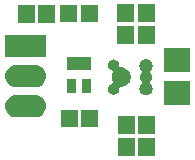
<source format=gts>
G04 #@! TF.GenerationSoftware,KiCad,Pcbnew,(5.0.2)-1*
G04 #@! TF.CreationDate,2019-02-23T10:33:44+09:00*
G04 #@! TF.ProjectId,SPU0410LR5H,53505530-3431-4304-9c52-35482e6b6963,v1.1*
G04 #@! TF.SameCoordinates,Original*
G04 #@! TF.FileFunction,Soldermask,Top*
G04 #@! TF.FilePolarity,Negative*
%FSLAX46Y46*%
G04 Gerber Fmt 4.6, Leading zero omitted, Abs format (unit mm)*
G04 Created by KiCad (PCBNEW (5.0.2)-1) date 2019/02/23 10:33:44*
%MOMM*%
%LPD*%
G01*
G04 APERTURE LIST*
%ADD10C,0.100000*%
G04 APERTURE END LIST*
D10*
G36*
X152894270Y-118149750D02*
X151445250Y-118149750D01*
X151445250Y-116670250D01*
X152894270Y-116670250D01*
X152894270Y-118149750D01*
X152894270Y-118149750D01*
G37*
G36*
X151146750Y-118149750D02*
X149697730Y-118149750D01*
X149697730Y-116670250D01*
X151146750Y-116670250D01*
X151146750Y-118149750D01*
X151146750Y-118149750D01*
G37*
G36*
X151144750Y-116279750D02*
X149695730Y-116279750D01*
X149695730Y-114800250D01*
X151144750Y-114800250D01*
X151144750Y-116279750D01*
X151144750Y-116279750D01*
G37*
G36*
X152892270Y-116279750D02*
X151443250Y-116279750D01*
X151443250Y-114800250D01*
X152892270Y-114800250D01*
X152892270Y-116279750D01*
X152892270Y-116279750D01*
G37*
G36*
X148072270Y-115729750D02*
X146623250Y-115729750D01*
X146623250Y-114250250D01*
X148072270Y-114250250D01*
X148072270Y-115729750D01*
X148072270Y-115729750D01*
G37*
G36*
X146324750Y-115729750D02*
X144875730Y-115729750D01*
X144875730Y-114250250D01*
X146324750Y-114250250D01*
X146324750Y-115729750D01*
X146324750Y-115729750D01*
G37*
G36*
X142870586Y-113011919D02*
X143051920Y-113066927D01*
X143219047Y-113156258D01*
X143365528Y-113276472D01*
X143485742Y-113422953D01*
X143575073Y-113590080D01*
X143630081Y-113771414D01*
X143648654Y-113960000D01*
X143630081Y-114148586D01*
X143575073Y-114329920D01*
X143485742Y-114497047D01*
X143365528Y-114643528D01*
X143219047Y-114763742D01*
X143051920Y-114853073D01*
X142870586Y-114908081D01*
X142729257Y-114922000D01*
X141110743Y-114922000D01*
X140969414Y-114908081D01*
X140788080Y-114853073D01*
X140620953Y-114763742D01*
X140474472Y-114643528D01*
X140354258Y-114497047D01*
X140264927Y-114329920D01*
X140209919Y-114148586D01*
X140191346Y-113960000D01*
X140209919Y-113771414D01*
X140264927Y-113590080D01*
X140354258Y-113422953D01*
X140474472Y-113276472D01*
X140620953Y-113156258D01*
X140788080Y-113066927D01*
X140969414Y-113011919D01*
X141110743Y-112998000D01*
X142729257Y-112998000D01*
X142870586Y-113011919D01*
X142870586Y-113011919D01*
G37*
G36*
X155860000Y-113860000D02*
X153660000Y-113860000D01*
X153660000Y-111860000D01*
X155860000Y-111860000D01*
X155860000Y-113860000D01*
X155860000Y-113860000D01*
G37*
G36*
X152266784Y-109994078D02*
X152368970Y-110036404D01*
X152460937Y-110097855D01*
X152539145Y-110176063D01*
X152600596Y-110268030D01*
X152642922Y-110370216D01*
X152664500Y-110478696D01*
X152664500Y-110589304D01*
X152642922Y-110697784D01*
X152600596Y-110799970D01*
X152539146Y-110891935D01*
X152463225Y-110967857D01*
X152447680Y-110986799D01*
X152436129Y-111008410D01*
X152429016Y-111031859D01*
X152426614Y-111056246D01*
X152429016Y-111080632D01*
X152436129Y-111104081D01*
X152447681Y-111125692D01*
X152463226Y-111144633D01*
X152496034Y-111177441D01*
X152551412Y-111260320D01*
X152589555Y-111352406D01*
X152609000Y-111450162D01*
X152609000Y-111549838D01*
X152589555Y-111647594D01*
X152551412Y-111739680D01*
X152496034Y-111822559D01*
X152463225Y-111855369D01*
X152447679Y-111874311D01*
X152436128Y-111895922D01*
X152429016Y-111919371D01*
X152426614Y-111943758D01*
X152429016Y-111968144D01*
X152436130Y-111991593D01*
X152447681Y-112013204D01*
X152463226Y-112032144D01*
X152539145Y-112108063D01*
X152600596Y-112200030D01*
X152642922Y-112302216D01*
X152664500Y-112410696D01*
X152664500Y-112521304D01*
X152642922Y-112629784D01*
X152600596Y-112731970D01*
X152539145Y-112823937D01*
X152460937Y-112902145D01*
X152368970Y-112963596D01*
X152266784Y-113005922D01*
X152158304Y-113027500D01*
X152047696Y-113027500D01*
X151939216Y-113005922D01*
X151837030Y-112963596D01*
X151745063Y-112902145D01*
X151666855Y-112823937D01*
X151605404Y-112731970D01*
X151563078Y-112629784D01*
X151541500Y-112521304D01*
X151541500Y-112410696D01*
X151563078Y-112302216D01*
X151605404Y-112200030D01*
X151666853Y-112108066D01*
X151742780Y-112032139D01*
X151758320Y-112013203D01*
X151769872Y-111991592D01*
X151776985Y-111968143D01*
X151779387Y-111943757D01*
X151776985Y-111919370D01*
X151769872Y-111895921D01*
X151758321Y-111874310D01*
X151742775Y-111855368D01*
X151709966Y-111822559D01*
X151654588Y-111739680D01*
X151616445Y-111647594D01*
X151597000Y-111549838D01*
X151597000Y-111450162D01*
X151616445Y-111352406D01*
X151654588Y-111260320D01*
X151709965Y-111177442D01*
X151742774Y-111144634D01*
X151758320Y-111125693D01*
X151769871Y-111104082D01*
X151776985Y-111080633D01*
X151779387Y-111056247D01*
X151776985Y-111031860D01*
X151769873Y-111008411D01*
X151758322Y-110986800D01*
X151742775Y-110967857D01*
X151666855Y-110891937D01*
X151605404Y-110799970D01*
X151563078Y-110697784D01*
X151541500Y-110589304D01*
X151541500Y-110478696D01*
X151563078Y-110370216D01*
X151605404Y-110268030D01*
X151666855Y-110176063D01*
X151745063Y-110097855D01*
X151837030Y-110036404D01*
X151939216Y-109994078D01*
X152047696Y-109972500D01*
X152158304Y-109972500D01*
X152266784Y-109994078D01*
X152266784Y-109994078D01*
G37*
G36*
X149506300Y-110022484D02*
X149593840Y-110058744D01*
X149672621Y-110111384D01*
X149739616Y-110178379D01*
X149792256Y-110257160D01*
X149828516Y-110344700D01*
X149847000Y-110437624D01*
X149847000Y-110532374D01*
X149845759Y-110538613D01*
X149843357Y-110562999D01*
X149845759Y-110587386D01*
X149852872Y-110610835D01*
X149864423Y-110632446D01*
X149879968Y-110651388D01*
X149898910Y-110666933D01*
X149920521Y-110678485D01*
X149943970Y-110685598D01*
X149968357Y-110688000D01*
X150079976Y-110688000D01*
X150236852Y-110719204D01*
X150384625Y-110780414D01*
X150517623Y-110869280D01*
X150630720Y-110982377D01*
X150719586Y-111115375D01*
X150780796Y-111263148D01*
X150812000Y-111420024D01*
X150812000Y-111579976D01*
X150780796Y-111736852D01*
X150719586Y-111884625D01*
X150630720Y-112017623D01*
X150517623Y-112130720D01*
X150384625Y-112219586D01*
X150236852Y-112280796D01*
X150079976Y-112312000D01*
X149968357Y-112312000D01*
X149943971Y-112314402D01*
X149920522Y-112321515D01*
X149898911Y-112333066D01*
X149879969Y-112348612D01*
X149864423Y-112367554D01*
X149852872Y-112389165D01*
X149845759Y-112412614D01*
X149843357Y-112437000D01*
X149845759Y-112461387D01*
X149847000Y-112467626D01*
X149847000Y-112562376D01*
X149828516Y-112655300D01*
X149792256Y-112742840D01*
X149739616Y-112821621D01*
X149672621Y-112888616D01*
X149593840Y-112941256D01*
X149506300Y-112977516D01*
X149413376Y-112996000D01*
X149318624Y-112996000D01*
X149225700Y-112977516D01*
X149138160Y-112941256D01*
X149059379Y-112888616D01*
X148992384Y-112821621D01*
X148939744Y-112742840D01*
X148903484Y-112655300D01*
X148885000Y-112562376D01*
X148885000Y-112467624D01*
X148903484Y-112374700D01*
X148939744Y-112287160D01*
X148992384Y-112208379D01*
X149059379Y-112141384D01*
X149138160Y-112088744D01*
X149216264Y-112056392D01*
X149237875Y-112044840D01*
X149256817Y-112029295D01*
X149272362Y-112010353D01*
X149283913Y-111988742D01*
X149291026Y-111965293D01*
X149293428Y-111940907D01*
X149291026Y-111916520D01*
X149283913Y-111893071D01*
X149219204Y-111736850D01*
X149188000Y-111579976D01*
X149188000Y-111420024D01*
X149219204Y-111263150D01*
X149283913Y-111106929D01*
X149291026Y-111083479D01*
X149293428Y-111059093D01*
X149291026Y-111034707D01*
X149283913Y-111011258D01*
X149272362Y-110989647D01*
X149256816Y-110970705D01*
X149237874Y-110955159D01*
X149216264Y-110943608D01*
X149138160Y-110911256D01*
X149059379Y-110858616D01*
X148992384Y-110791621D01*
X148939744Y-110712840D01*
X148903484Y-110625300D01*
X148885000Y-110532376D01*
X148885000Y-110437624D01*
X148903484Y-110344700D01*
X148939744Y-110257160D01*
X148992384Y-110178379D01*
X149059379Y-110111384D01*
X149138160Y-110058744D01*
X149225700Y-110022484D01*
X149318624Y-110004000D01*
X149413376Y-110004000D01*
X149506300Y-110022484D01*
X149506300Y-110022484D01*
G37*
G36*
X147490000Y-112845000D02*
X146690000Y-112845000D01*
X146690000Y-111695000D01*
X147490000Y-111695000D01*
X147490000Y-112845000D01*
X147490000Y-112845000D01*
G37*
G36*
X146190000Y-112845000D02*
X145390000Y-112845000D01*
X145390000Y-111695000D01*
X146190000Y-111695000D01*
X146190000Y-112845000D01*
X146190000Y-112845000D01*
G37*
G36*
X142870586Y-110471919D02*
X143051920Y-110526927D01*
X143219047Y-110616258D01*
X143365528Y-110736472D01*
X143485742Y-110882953D01*
X143575073Y-111050080D01*
X143630081Y-111231414D01*
X143648654Y-111420000D01*
X143630081Y-111608586D01*
X143575073Y-111789920D01*
X143485742Y-111957047D01*
X143365528Y-112103528D01*
X143219047Y-112223742D01*
X143112308Y-112280795D01*
X143053928Y-112312000D01*
X143051920Y-112313073D01*
X142870586Y-112368081D01*
X142729257Y-112382000D01*
X141110743Y-112382000D01*
X140969414Y-112368081D01*
X140788080Y-112313073D01*
X140786073Y-112312000D01*
X140727692Y-112280795D01*
X140620953Y-112223742D01*
X140474472Y-112103528D01*
X140354258Y-111957047D01*
X140264927Y-111789920D01*
X140209919Y-111608586D01*
X140191346Y-111420000D01*
X140209919Y-111231414D01*
X140264927Y-111050080D01*
X140354258Y-110882953D01*
X140474472Y-110736472D01*
X140620953Y-110616258D01*
X140788080Y-110526927D01*
X140969414Y-110471919D01*
X141110743Y-110458000D01*
X142729257Y-110458000D01*
X142870586Y-110471919D01*
X142870586Y-110471919D01*
G37*
G36*
X155860000Y-111060000D02*
X153660000Y-111060000D01*
X153660000Y-109060000D01*
X155860000Y-109060000D01*
X155860000Y-111060000D01*
X155860000Y-111060000D01*
G37*
G36*
X147490000Y-110945000D02*
X145390000Y-110945000D01*
X145390000Y-109795000D01*
X147490000Y-109795000D01*
X147490000Y-110945000D01*
X147490000Y-110945000D01*
G37*
G36*
X143644000Y-109842000D02*
X140196000Y-109842000D01*
X140196000Y-107918000D01*
X143644000Y-107918000D01*
X143644000Y-109842000D01*
X143644000Y-109842000D01*
G37*
G36*
X151114750Y-108679750D02*
X149665730Y-108679750D01*
X149665730Y-107200250D01*
X151114750Y-107200250D01*
X151114750Y-108679750D01*
X151114750Y-108679750D01*
G37*
G36*
X152862270Y-108679750D02*
X151413250Y-108679750D01*
X151413250Y-107200250D01*
X152862270Y-107200250D01*
X152862270Y-108679750D01*
X152862270Y-108679750D01*
G37*
G36*
X142696750Y-106889750D02*
X141247730Y-106889750D01*
X141247730Y-105410250D01*
X142696750Y-105410250D01*
X142696750Y-106889750D01*
X142696750Y-106889750D01*
G37*
G36*
X144444270Y-106889750D02*
X142995250Y-106889750D01*
X142995250Y-105410250D01*
X144444270Y-105410250D01*
X144444270Y-106889750D01*
X144444270Y-106889750D01*
G37*
G36*
X146294750Y-106839750D02*
X144845730Y-106839750D01*
X144845730Y-105360250D01*
X146294750Y-105360250D01*
X146294750Y-106839750D01*
X146294750Y-106839750D01*
G37*
G36*
X148042270Y-106839750D02*
X146593250Y-106839750D01*
X146593250Y-105360250D01*
X148042270Y-105360250D01*
X148042270Y-106839750D01*
X148042270Y-106839750D01*
G37*
G36*
X152864270Y-106809750D02*
X151415250Y-106809750D01*
X151415250Y-105330250D01*
X152864270Y-105330250D01*
X152864270Y-106809750D01*
X152864270Y-106809750D01*
G37*
G36*
X151116750Y-106809750D02*
X149667730Y-106809750D01*
X149667730Y-105330250D01*
X151116750Y-105330250D01*
X151116750Y-106809750D01*
X151116750Y-106809750D01*
G37*
M02*

</source>
